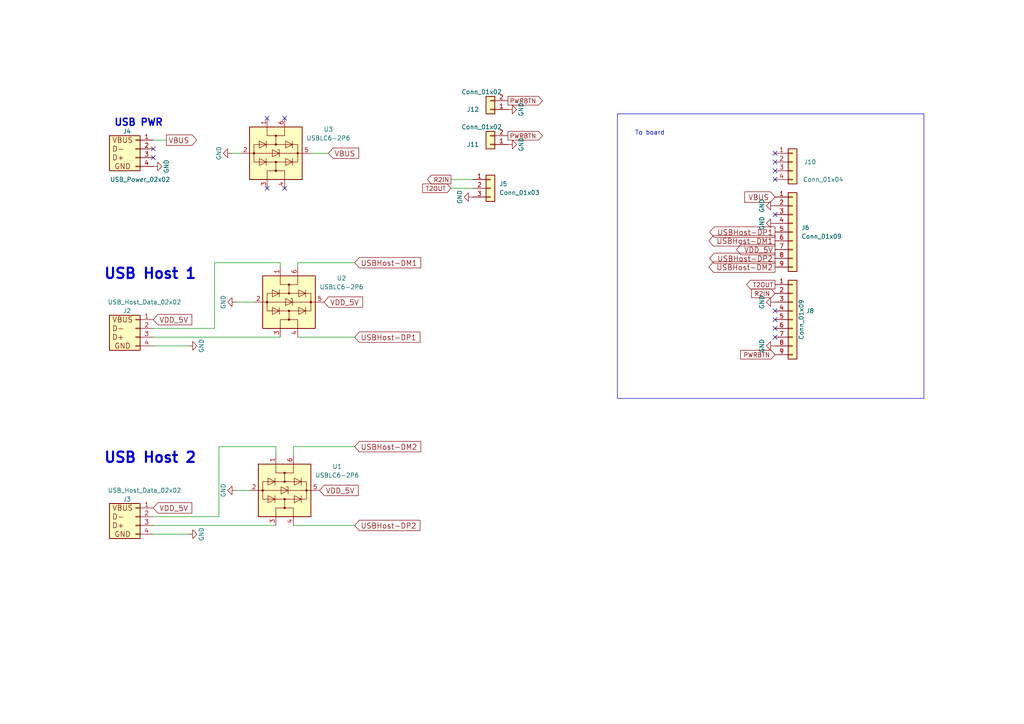
<source format=kicad_sch>
(kicad_sch (version 20230121) (generator eeschema)
  (paper "A4")
  (lib_symbols
    (symbol "Connector_Generic:Conn_01x02" (pin_names (offset 1.016) hide)
      (property "Reference" "J" (at 0 2.54 0))
      (property "Value" "Conn_01x02" (at 0 -5.08 0))
      (symbol "Conn_01x02_1_1"
        (rectangle (start -1.27 -2.413) (end 0 -2.667) (stroke (width 0.1524)))
        (rectangle (start -1.27 0.127) (end 0 -0.127) (stroke (width 0.1524)))
        (rectangle (start -1.27 1.27) (end 1.27 -3.81) (stroke (width 0.254)) (fill (type background)))
        (pin passive line (at -5.08 0 0) (length 3.81) (name "Pin_1") (number "1"))
        (pin passive line (at -5.08 -2.54 0) (length 3.81) (name "Pin_2") (number "2"))
      )
    )
    (symbol "Connector_Generic:Conn_01x03" (pin_names (offset 1.016) hide)
      (property "Reference" "J" (at 0 5.08 0))
      (property "Value" "Conn_01x03" (at 0 -5.08 0))
      (symbol "Conn_01x03_1_1"
        (rectangle (start -1.27 -2.413) (end 0 -2.667) (stroke (width 0.1524)))
        (rectangle (start -1.27 0.127) (end 0 -0.127) (stroke (width 0.1524)))
        (rectangle (start -1.27 2.667) (end 0 2.413) (stroke (width 0.1524)))
        (rectangle (start -1.27 3.81) (end 1.27 -3.81) (stroke (width 0.254)) (fill (type background)))
        (pin passive line (at -5.08 2.54 0) (length 3.81) (name "Pin_1") (number "1"))
        (pin passive line (at -5.08 0 0) (length 3.81) (name "Pin_2") (number "2"))
        (pin passive line (at -5.08 -2.54 0) (length 3.81) (name "Pin_3") (number "3"))
      )
    )
    (symbol "Connector_Generic:Conn_01x04" (pin_names (offset 1.016) hide)
      (property "Reference" "J" (at 0 5.08 0))
      (property "Value" "Conn_01x04" (at 0 -7.62 0))
      (symbol "Conn_01x04_1_1"
        (rectangle (start -1.27 -4.953) (end 0 -5.207) (stroke (width 0.1524)))
        (rectangle (start -1.27 -2.413) (end 0 -2.667) (stroke (width 0.1524)))
        (rectangle (start -1.27 0.127) (end 0 -0.127) (stroke (width 0.1524)))
        (rectangle (start -1.27 2.667) (end 0 2.413) (stroke (width 0.1524)))
        (rectangle (start -1.27 3.81) (end 1.27 -6.35) (stroke (width 0.254)) (fill (type background)))
        (pin passive line (at -5.08 2.54 0) (length 3.81) (name "Pin_1") (number "1"))
        (pin passive line (at -5.08 0 0) (length 3.81) (name "Pin_2") (number "2"))
        (pin passive line (at -5.08 -2.54 0) (length 3.81) (name "Pin_3") (number "3"))
        (pin passive line (at -5.08 -5.08 0) (length 3.81) (name "Pin_4") (number "4"))
      )
    )
    (symbol "Connector_Generic:Conn_01x09" (pin_names (offset 1.016) hide)
      (property "Reference" "J" (at 0 12.7 0))
      (property "Value" "Conn_01x09" (at 0 -12.7 0))
      (symbol "Conn_01x09_1_1"
        (rectangle (start -1.27 -10.033) (end 0 -10.287) (stroke (width 0.1524)))
        (rectangle (start -1.27 -7.493) (end 0 -7.747) (stroke (width 0.1524)))
        (rectangle (start -1.27 -4.953) (end 0 -5.207) (stroke (width 0.1524)))
        (rectangle (start -1.27 -2.413) (end 0 -2.667) (stroke (width 0.1524)))
        (rectangle (start -1.27 0.127) (end 0 -0.127) (stroke (width 0.1524)))
        (rectangle (start -1.27 2.667) (end 0 2.413) (stroke (width 0.1524)))
        (rectangle (start -1.27 5.207) (end 0 4.953) (stroke (width 0.1524)))
        (rectangle (start -1.27 7.747) (end 0 7.493) (stroke (width 0.1524)))
        (rectangle (start -1.27 10.287) (end 0 10.033) (stroke (width 0.1524)))
        (rectangle (start -1.27 11.43) (end 1.27 -11.43) (stroke (width 0.254)) (fill (type background)))
        (pin passive line (at -5.08 10.16 0) (length 3.81) (name "Pin_1") (number "1"))
        (pin passive line (at -5.08 7.62 0) (length 3.81) (name "Pin_2") (number "2"))
        (pin passive line (at -5.08 5.08 0) (length 3.81) (name "Pin_3") (number "3"))
        (pin passive line (at -5.08 2.54 0) (length 3.81) (name "Pin_4") (number "4"))
        (pin passive line (at -5.08 0 0) (length 3.81) (name "Pin_5") (number "5"))
        (pin passive line (at -5.08 -2.54 0) (length 3.81) (name "Pin_6") (number "6"))
        (pin passive line (at -5.08 -5.08 0) (length 3.81) (name "Pin_7") (number "7"))
        (pin passive line (at -5.08 -7.62 0) (length 3.81) (name "Pin_8") (number "8"))
        (pin passive line (at -5.08 -10.16 0) (length 3.81) (name "Pin_9") (number "9"))
      )
    )
    (symbol "Power_Protection:USBLC6-2P6" (pin_names hide)
      (property "Reference" "U" (at 2.54 8.89 0))
      (property "Value" "USBLC6-2P6" (at 2.54 -8.89 0))
      (symbol "USBLC6-2P6_0_1"
        (rectangle (start -7.62 -7.62) (end 7.62 7.62) (stroke (width 0.254)) (fill (type background)))
        (circle (center -5.08 0) (radius 0.254) (fill (type outline)))
        (circle (center -2.54 0) (radius 0.254) (fill (type outline)))
        (rectangle (start -2.54 6.35) (end 2.54 -6.35))
        (circle (center 0 -6.35) (radius 0.254) (fill (type outline)))
        (polyline (pts (xy -5.08 -2.54) (xy -7.62 -2.54)))
        (polyline (pts (xy -5.08 0) (xy -5.08 -2.54)))
        (polyline (pts (xy -5.08 2.54) (xy -7.62 2.54)))
        (polyline (pts (xy -1.524 -2.794) (xy -3.556 -2.794)))
        (polyline (pts (xy -1.524 4.826) (xy -3.556 4.826)))
        (polyline (pts (xy 0 -7.62) (xy 0 -6.35)))
        (polyline (pts (xy 0 -6.35) (xy 0 1.27)))
        (polyline (pts (xy 0 1.27) (xy 0 6.35)))
        (polyline (pts (xy 0 6.35) (xy 0 7.62)))
        (polyline (pts (xy 1.524 -2.794) (xy 3.556 -2.794)))
        (polyline (pts (xy 1.524 4.826) (xy 3.556 4.826)))
        (polyline (pts (xy 5.08 -2.54) (xy 7.62 -2.54)))
        (polyline (pts (xy 5.08 0) (xy 5.08 -2.54)))
        (polyline (pts (xy 5.08 2.54) (xy 7.62 2.54)))
        (polyline (pts (xy -2.54 0) (xy -5.08 0) (xy -5.08 2.54)))
        (polyline (pts (xy 2.54 0) (xy 5.08 0) (xy 5.08 2.54)))
        (polyline (pts (xy -3.556 -4.826) (xy -1.524 -4.826) (xy -2.54 -2.794) (xy -3.556 -4.826)))
        (polyline (pts (xy -3.556 2.794) (xy -1.524 2.794) (xy -2.54 4.826) (xy -3.556 2.794)))
        (polyline (pts (xy -1.016 -1.016) (xy 1.016 -1.016) (xy 0 1.016) (xy -1.016 -1.016)))
        (polyline (pts (xy 1.016 1.016) (xy 0.762 1.016) (xy -1.016 1.016) (xy -1.016 0.508)))
        (polyline (pts (xy 3.556 -4.826) (xy 1.524 -4.826) (xy 2.54 -2.794) (xy 3.556 -4.826)))
        (polyline (pts (xy 3.556 2.794) (xy 1.524 2.794) (xy 2.54 4.826) (xy 3.556 2.794)))
        (circle (center 0 6.35) (radius 0.254) (fill (type outline)))
        (circle (center 2.54 0) (radius 0.254) (fill (type outline)))
        (circle (center 5.08 0) (radius 0.254) (fill (type outline)))
      )
      (symbol "USBLC6-2P6_1_1"
        (pin passive line (at -10.16 -2.54 0) (length 2.54) (name "I/O1") (number "1"))
        (pin passive line (at 0 -10.16 90) (length 2.54) (name "GND") (number "2"))
        (pin passive line (at 10.16 -2.54 180) (length 2.54) (name "I/O2") (number "3"))
        (pin passive line (at 10.16 2.54 180) (length 2.54) (name "I/O2") (number "4"))
        (pin passive line (at 0 10.16 270) (length 2.54) (name "VBUS") (number "5"))
        (pin passive line (at -10.16 2.54 0) (length 2.54) (name "I/O1") (number "6"))
      )
    )
    (symbol "WiRoc:TerminalBlock_USB_Host_Data_01x04" (pin_names (offset 1.016) hide)
      (property "Reference" "J" (at 0 5.08 0))
      (property "Value" "TerminalBlock_USB_Host_Data_01x04" (at 0 -7.62 0))
      (symbol "TerminalBlock_USB_Host_Data_01x04_0_0"
        (text "D+" (at -2.54 -2.54 0) (effects (font (size 1.524 1.524))))
        (text "D-" (at -2.54 0 0) (effects (font (size 1.524 1.524))))
        (text "GND" (at -1.27 -5.08 0) (effects (font (size 1.524 1.524))))
        (text "VBUS" (at -1.27 2.54 0) (effects (font (size 1.524 1.524))))
      )
      (symbol "TerminalBlock_USB_Host_Data_01x04_1_1"
        (rectangle (start 3.81 -4.953) (end 2.54 -5.207) (stroke (width 0.1524)))
        (rectangle (start 3.81 -2.413) (end 2.54 -2.667) (stroke (width 0.1524)))
        (rectangle (start 3.81 0.127) (end 2.54 -0.127) (stroke (width 0.1524)))
        (rectangle (start 3.81 2.667) (end 2.54 2.413) (stroke (width 0.1524)))
        (rectangle (start 3.81 3.81) (end -5.08 -6.35) (stroke (width 0.254)) (fill (type background)))
        (pin passive line (at 7.62 2.54 180) (length 3.81) (name "Pin_1") (number "1"))
        (pin passive line (at 7.62 0 180) (length 3.81) (name "Pin_2") (number "2"))
        (pin passive line (at 7.62 -2.54 180) (length 3.81) (name "Pin_3") (number "3"))
        (pin passive line (at 7.62 -5.08 180) (length 3.81) (name "Pin_4") (number "4"))
      )
    )
    (symbol "WiRoc:TerminalBlock_USB_Power_01x04" (pin_names (offset 1.016) hide)
      (property "Reference" "J" (at 0 5.08 0))
      (property "Value" "TerminalBlock_USB_Power_01x04" (at 0 -7.62 0))
      (symbol "TerminalBlock_USB_Power_01x04_0_0"
        (text "D+" (at -2.54 -2.54 0) (effects (font (size 1.524 1.524))))
        (text "D-" (at -2.54 0 0) (effects (font (size 1.524 1.524))))
        (text "GND" (at -1.27 -5.08 0) (effects (font (size 1.524 1.524))))
        (text "VBUS" (at -1.27 2.54 0) (effects (font (size 1.524 1.524))))
      )
      (symbol "TerminalBlock_USB_Power_01x04_1_1"
        (rectangle (start 3.81 -4.953) (end 2.54 -5.207) (stroke (width 0.1524)))
        (rectangle (start 3.81 -2.413) (end 2.54 -2.667) (stroke (width 0.1524)))
        (rectangle (start 3.81 0.127) (end 2.54 -0.127) (stroke (width 0.1524)))
        (rectangle (start 3.81 2.667) (end 2.54 2.413) (stroke (width 0.1524)))
        (rectangle (start 3.81 3.81) (end -5.08 -6.35) (stroke (width 0.254)) (fill (type background)))
        (pin power_out line (at 7.62 2.54 180) (length 3.81) (name "Pin_1") (number "1"))
        (pin passive line (at 7.62 0 180) (length 3.81) (name "Pin_2") (number "2"))
        (pin passive line (at 7.62 -2.54 180) (length 3.81) (name "Pin_3") (number "3"))
        (pin power_in line (at 7.62 -5.08 180) (length 3.81) (name "Pin_4") (number "4"))
      )
    )
    (symbol "power:GND" (power) (pin_names (offset 0))
      (property "Value" "GND" (at 0 -3.81 0))
      (symbol "GND_0_1"
        (polyline (pts (xy 0 0) (xy 0 -1.27) (xy 1.27 -1.27) (xy 0 -2.54) (xy -1.27 -1.27) (xy 0 -1.27)))
      )
      (symbol "GND_1_1"
        (pin power_in line (at 0 0 270) (length 0) hide (name "GND") (number "1"))
      )
    )
  )
  (no_connect (at 224.79 92.71))
  (no_connect (at 224.79 44.45))
  (no_connect (at 224.79 97.79))
  (no_connect (at 224.79 95.25))
  (no_connect (at 77.47 34.29))
  (no_connect (at 77.47 54.61))
  (no_connect (at 44.45 45.72))
  (no_connect (at 224.79 49.53))
  (no_connect (at 224.79 52.07))
  (no_connect (at 224.79 62.23))
  (no_connect (at 82.55 34.29))
  (no_connect (at 44.45 43.18))
  (no_connect (at 82.55 54.61))
  (no_connect (at 224.79 90.17))
  (no_connect (at 224.79 46.99))
  (wire (pts (xy 68.58 87.63) (xy 73.66 87.63)))
  (wire (pts (xy 86.36 97.79) (xy 102.87 97.79)))
  (wire (pts (xy 102.87 76.2) (xy 86.36 76.2)))
  (wire (pts (xy 86.36 76.2) (xy 86.36 77.47)))
  (wire (pts (xy 81.28 77.47) (xy 81.28 76.2)))
  (wire (pts (xy 67.31 44.45) (xy 69.85 44.45)))
  (wire (pts (xy 68.58 142.24) (xy 72.39 142.24)))
  (wire (pts (xy 130.81 52.07) (xy 137.16 52.07)))
  (wire (pts (xy 62.23 76.2) (xy 62.23 95.25)))
  (wire (pts (xy 44.45 40.64) (xy 48.26 40.64)))
  (wire (pts (xy 85.09 129.54) (xy 85.09 132.08)))
  (wire (pts (xy 102.87 129.54) (xy 85.09 129.54)))
  (wire (pts (xy 85.09 152.4) (xy 102.87 152.4)))
  (wire (pts (xy 63.5 149.86) (xy 63.5 129.54)))
  (wire (pts (xy 81.28 76.2) (xy 62.23 76.2)))
  (wire (pts (xy 44.45 149.86) (xy 63.5 149.86)))
  (wire (pts (xy 63.5 129.54) (xy 80.01 129.54)))
  (wire (pts (xy 54.61 154.94) (xy 44.45 154.94)))
  (wire (pts (xy 44.45 97.79) (xy 81.28 97.79)))
  (wire (pts (xy 80.01 129.54) (xy 80.01 132.08)))
  (wire (pts (xy 90.17 44.45) (xy 95.25 44.45)))
  (wire (pts (xy 54.61 100.33) (xy 44.45 100.33)))
  (wire (pts (xy 44.45 152.4) (xy 80.01 152.4)))
  (wire (pts (xy 130.81 54.61) (xy 137.16 54.61)))
  (wire (pts (xy 44.45 95.25) (xy 62.23 95.25)))
  (rectangle (start 179.07 33.02) (end 267.97 115.57))
  (text "USB PWR" (at 33.02 36.83 0) (effects (font (size 2.0066 2.0066) (thickness 0.4013) bold) (justify left bottom)))
  (text "USB Host 1" (at 57.15 81.28 0) (effects (font (size 2.9972 2.9972) (thickness 0.5994) bold) (justify right bottom)))
  (text "To board\n" (at 184.15 39.37 0) (effects (font (size 1.27 1.27)) (justify left bottom)))
  (text "USB Host 2" (at 57.15 134.62 0) (effects (font (size 2.9972 2.9972) (thickness 0.5994) bold) (justify right bottom)))
  (global_label "VBUS" (shape input) (at 95.25 44.45 0) (effects (font (size 1.524 1.524))) (property "Intersheetrefs" "${INTERSHEET_REFS}" (effects hide)))
  (global_label "VBUS" (shape output) (at 48.26 40.64 0) (effects (font (size 1.524 1.524))) (property "Intersheetrefs" "${INTERSHEET_REFS}" (effects hide)))
  (global_label "PWRBTN" (shape input) (at 224.79 102.87 180) (property "Intersheetrefs" "${INTERSHEET_REFS}" (effects hide)))
  (global_label "PWRBTN" (shape output) (at 147.32 39.37 0) (property "Intersheetrefs" "${INTERSHEET_REFS}" (effects hide)))
  (global_label "USBHost-DM1" (shape output) (at 224.79 69.85 180) (effects (font (size 1.524 1.524))) (property "Intersheetrefs" "${INTERSHEET_REFS}" (effects hide)))
  (global_label "USBHost-DP2" (shape output) (at 224.79 74.93 180) (effects (font (size 1.524 1.524))) (property "Intersheetrefs" "${INTERSHEET_REFS}" (effects hide)))
  (global_label "PWRBTN" (shape output) (at 147.32 29.21 0) (property "Intersheetrefs" "${INTERSHEET_REFS}" (effects hide)))
  (global_label "T2OUT" (shape output) (at 224.79 82.55 180) (property "Intersheetrefs" "${INTERSHEET_REFS}" (effects hide)))
  (global_label "T2OUT" (shape input) (at 130.81 54.61 180) (property "Intersheetrefs" "${INTERSHEET_REFS}" (effects hide)))
  (global_label "R2IN" (shape input) (at 224.79 85.09 180) (property "Intersheetrefs" "${INTERSHEET_REFS}" (effects hide)))
  (global_label "USBHost-DM1" (shape input) (at 102.87 76.2 0) (effects (font (size 1.524 1.524))) (property "Intersheetrefs" "${INTERSHEET_REFS}" (effects hide)))
  (global_label "USBHost-DM2" (shape output) (at 224.79 77.47 180) (effects (font (size 1.524 1.524))) (property "Intersheetrefs" "${INTERSHEET_REFS}" (effects hide)))
  (global_label "VDD_5V" (shape input) (at 93.98 87.63 0) (effects (font (size 1.524 1.524))) (property "Intersheetrefs" "${INTERSHEET_REFS}" (effects hide)))
  (global_label "VDD_5V" (shape input) (at 44.45 92.71 0) (effects (font (size 1.524 1.524))) (property "Intersheetrefs" "${INTERSHEET_REFS}" (effects hide)))
  (global_label "R2IN" (shape output) (at 130.81 52.07 180) (property "Intersheetrefs" "${INTERSHEET_REFS}" (effects hide)))
  (global_label "VDD_5V" (shape input) (at 44.45 147.32 0) (effects (font (size 1.524 1.524))) (property "Intersheetrefs" "${INTERSHEET_REFS}" (effects hide)))
  (global_label "USBHost-DP2" (shape input) (at 102.87 152.4 0) (effects (font (size 1.524 1.524))) (property "Intersheetrefs" "${INTERSHEET_REFS}" (effects hide)))
  (global_label "VDD_5V" (shape input) (at 92.71 142.24 0) (effects (font (size 1.524 1.524))) (property "Intersheetrefs" "${INTERSHEET_REFS}" (effects hide)))
  (global_label "VBUS" (shape input) (at 224.79 57.15 180) (effects (font (size 1.524 1.524))) (property "Intersheetrefs" "${INTERSHEET_REFS}" (effects hide)))
  (global_label "USBHost-DP1" (shape output) (at 224.79 67.31 180) (effects (font (size 1.524 1.524))) (property "Intersheetrefs" "${INTERSHEET_REFS}" (effects hide)))
  (global_label "USBHost-DP1" (shape input) (at 102.87 97.79 0) (effects (font (size 1.524 1.524))) (property "Intersheetrefs" "${INTERSHEET_REFS}" (effects hide)))
  (global_label "USBHost-DM2" (shape input) (at 102.87 129.54 0) (effects (font (size 1.524 1.524))) (property "Intersheetrefs" "${INTERSHEET_REFS}" (effects hide)))
  (global_label "VDD_5V" (shape output) (at 224.79 72.39 180) (effects (font (size 1.524 1.524))) (property "Intersheetrefs" "${INTERSHEET_REFS}" (effects hide)))
  (symbol (lib_id "power:GND") (at 147.32 41.91 90) (unit 1)
    (property "Reference" "#PWR010" (effects hide))
    (property "Value" "GND" (at 151.13 41.91 0))
  )
  (symbol (lib_id "Connector_Generic:Conn_01x09") (at 229.87 92.71 0) (unit 1)
    (property "Reference" "J8" (at 234.95 90.17 0))
    (property "Value" "Conn_01x09" (at 232.41 92.71 90))
    (property "Footprint" "Connector_PinHeader_1.27mm:PinHeader_1x09_P1.27mm_Horizontal" (effects hide))
  )
  (symbol (lib_id "Power_Protection:USBLC6-2P6") (at 80.01 44.45 270) (unit 1)
    (property "Reference" "U3" (at 95.25 37.5219 90))
    (property "Value" "USBLC6-2P6" (at 95.25 40.0619 90))
    (property "Footprint" "Package_TO_SOT_SMD:SOT-666" (effects hide))
    (property "Datasheet" "https://www.st.com/resource/en/datasheet/usblc6-2.pdf" (effects hide))
  )
  (symbol (lib_id "power:GND") (at 224.79 100.33 270) (unit 1)
    (property "Reference" "#PWR08" (effects hide))
    (property "Value" "GND" (at 220.98 100.33 0))
  )
  (symbol (lib_id "power:GND") (at 68.58 142.24 270) (unit 1)
    (property "Reference" "#PWR011" (effects hide))
    (property "Value" "GND" (at 64.77 142.24 0))
  )
  (symbol (lib_id "Connector_Generic:Conn_01x03") (at 142.24 54.61 0) (unit 1)
    (property "Reference" "J5" (at 144.78 53.34 0) (effects (justify left)))
    (property "Value" "Conn_01x03" (at 144.78 55.88 0) (effects (justify left)))
    (property "Footprint" "WiRoc:SerialConnPads3Pin" (effects hide))
  )
  (symbol (lib_id "WiRoc:TerminalBlock_USB_Host_Data_01x04") (at 36.83 95.25 0) (unit 1) (in_bom no)
    (property "Reference" "J2" (at 36.83 90.17 0))
    (property "Value" "USB_Host_Data_02x02" (at 41.91 87.63 0))
    (property "Footprint" "WiRoc:USBConnPads7" (effects hide))
    (property "IncludeInBOM" "FALSE" (effects hide))
    (property "ThroughHole" "TRUE" (effects hide))
  )
  (symbol (lib_id "power:GND") (at 54.61 154.94 90) (unit 1)
    (property "Reference" "#PWR02" (effects hide))
    (property "Value" "GND" (at 58.42 154.94 0))
  )
  (symbol (lib_id "WiRoc:TerminalBlock_USB_Power_01x04") (at 36.83 43.18 0) (unit 1) (in_bom no)
    (property "Reference" "J4" (at 36.83 38.1 0))
    (property "Value" "USB_Power_02x02" (at 40.64 52.07 0))
    (property "Footprint" "WiRoc:USBConnPads7" (effects hide))
    (property "IncludeInBOM" "FALSE" (effects hide))
    (property "ThroughHole" "TRUE" (effects hide))
  )
  (symbol (lib_id "Connector_Generic:Conn_01x04") (at 229.87 46.99 0) (unit 1)
    (property "Reference" "J10" (at 234.95 46.99 0))
    (property "Value" "Conn_01x04" (at 238.76 52.07 0))
    (property "Footprint" "Connector_PinHeader_1.27mm:PinHeader_1x04_P1.27mm_Horizontal" (effects hide))
  )
  (symbol (lib_id "power:GND") (at 147.32 31.75 90) (unit 1)
    (property "Reference" "#PWR09" (effects hide))
    (property "Value" "GND" (at 151.13 31.75 0))
  )
  (symbol (lib_id "Power_Protection:USBLC6-2P6") (at 82.55 142.24 270) (unit 1)
    (property "Reference" "U1" (at 97.79 135.3119 90))
    (property "Value" "USBLC6-2P6" (at 97.79 137.8519 90))
    (property "Footprint" "Package_TO_SOT_SMD:SOT-666" (effects hide))
    (property "Datasheet" "https://www.st.com/resource/en/datasheet/usblc6-2.pdf" (effects hide))
  )
  (symbol (lib_id "power:GND") (at 137.16 57.15 270) (unit 1)
    (property "Reference" "#PWR04" (effects hide))
    (property "Value" "GND" (at 133.35 57.15 0))
  )
  (symbol (lib_id "power:GND") (at 44.45 48.26 90) (unit 1)
    (property "Reference" "#PWR03" (effects hide))
    (property "Value" "GND" (at 48.26 48.26 0))
  )
  (symbol (lib_id "power:GND") (at 54.61 100.33 90) (unit 1)
    (property "Reference" "#PWR01" (effects hide))
    (property "Value" "GND" (at 58.42 100.33 0))
  )
  (symbol (lib_id "Connector_Generic:Conn_01x09") (at 229.87 67.31 0) (unit 1)
    (property "Reference" "J6" (at 232.41 66.04 0) (effects (justify left)))
    (property "Value" "Conn_01x09" (at 232.41 68.58 0) (effects (justify left)))
    (property "Footprint" "Connector_PinHeader_1.27mm:PinHeader_1x09_P1.27mm_Horizontal" (effects hide))
  )
  (symbol (lib_id "power:GND") (at 67.31 44.45 270) (unit 1)
    (property "Reference" "#PWR013" (effects hide))
    (property "Value" "GND" (at 63.5 44.45 0))
  )
  (symbol (lib_id "Connector_Generic:Conn_01x02") (at 142.24 31.75 180) (unit 1)
    (property "Reference" "J12" (at 137.16 31.75 0))
    (property "Value" "Conn_01x02" (at 139.7 26.67 0))
    (property "Footprint" "WiRoc:PwrBtnPads" (effects hide))
  )
  (symbol (lib_id "power:GND") (at 224.79 64.77 270) (unit 1)
    (property "Reference" "#PWR05" (effects hide))
    (property "Value" "GND" (at 220.98 64.77 0))
  )
  (symbol (lib_id "power:GND") (at 224.79 87.63 270) (unit 1)
    (property "Reference" "#PWR07" (effects hide))
    (property "Value" "GND" (at 220.98 87.63 0))
  )
  (symbol (lib_id "power:GND") (at 224.79 59.69 270) (unit 1)
    (property "Reference" "#PWR06" (effects hide))
    (property "Value" "GND" (at 220.98 59.69 0))
  )
  (symbol (lib_id "Power_Protection:USBLC6-2P6") (at 83.82 87.63 270) (unit 1)
    (property "Reference" "U2" (at 99.06 80.7019 90))
    (property "Value" "USBLC6-2P6" (at 99.06 83.2419 90))
    (property "Footprint" "Package_TO_SOT_SMD:SOT-666" (effects hide))
    (property "Datasheet" "https://www.st.com/resource/en/datasheet/usblc6-2.pdf" (effects hide))
  )
  (symbol (lib_id "power:GND") (at 68.58 87.63 270) (unit 1)
    (property "Reference" "#PWR012" (effects hide))
    (property "Value" "GND" (at 64.77 87.63 0))
  )
  (symbol (lib_id "WiRoc:TerminalBlock_USB_Host_Data_01x04") (at 36.83 149.86 0) (unit 1) (in_bom no)
    (property "Reference" "J3" (at 36.83 144.78 0))
    (property "Value" "USB_Host_Data_02x02" (at 41.91 142.24 0))
    (property "Footprint" "WiRoc:USBConnPads8" (effects hide))
    (property "IncludeInBOM" "FALSE" (effects hide))
    (property "ThroughHole" "TRUE" (effects hide))
  )
  (symbol (lib_id "Connector_Generic:Conn_01x02") (at 142.24 41.91 180) (unit 1)
    (property "Reference" "J11" (at 137.16 41.91 0))
    (property "Value" "Conn_01x02" (at 139.7 36.83 0))
    (property "Footprint" "Connector_PinHeader_2.54mm:PinHeader_1x02_P2.54mm_Horizontal" (effects hide))
  )
)
</source>
